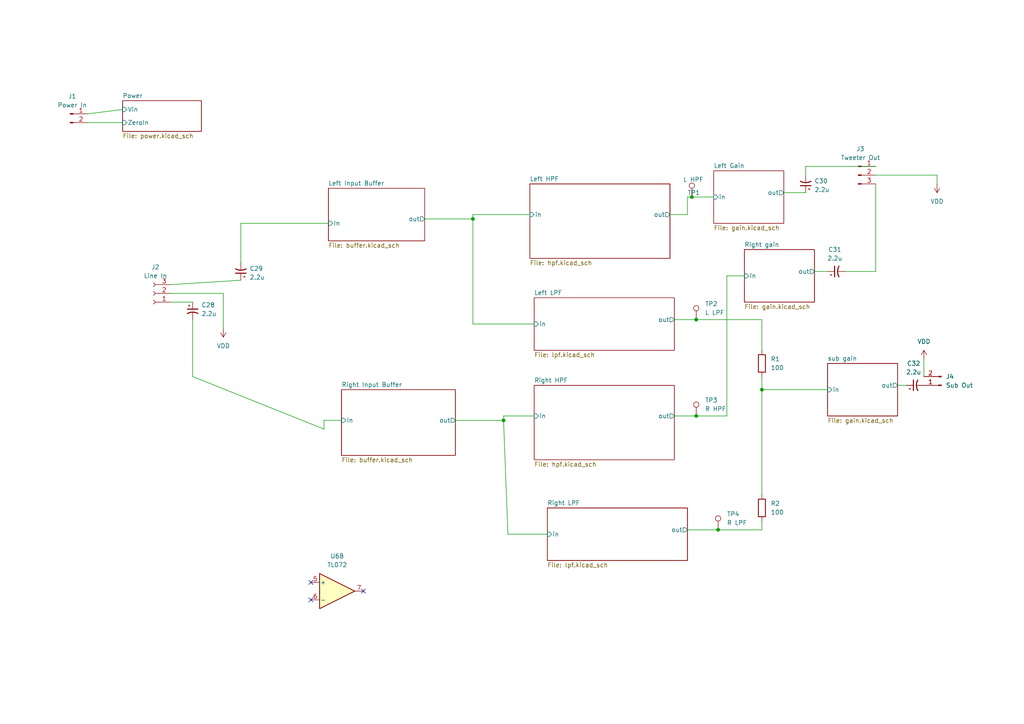
<source format=kicad_sch>
(kicad_sch (version 20211123) (generator eeschema)
  (paper "A4")
  (lib_symbols
    (symbol "Amplifier_Operational:TL072" (pin_names (offset 0.127))
      (property "Reference" "U" (at 0 5.08 0))
      (property "Value" "TL072" (at 0 -5.08 0))
      (symbol "TL072_1_1"
        (polyline (pts (xy -5.08 5.08) (xy 5.08 0) (xy -5.08 -5.08) (xy -5.08 5.08)) (stroke (width 0.254)) (fill (type background)))
        (pin output line (at 7.62 0 180) (length 2.54) (name "~") (number "1"))
        (pin input line (at -7.62 -2.54 0) (length 2.54) (name "-") (number "2"))
        (pin input line (at -7.62 2.54 0) (length 2.54) (name "+") (number "3"))
      )
      (symbol "TL072_2_1"
        (polyline (pts (xy -5.08 5.08) (xy 5.08 0) (xy -5.08 -5.08) (xy -5.08 5.08)) (stroke (width 0.254)) (fill (type background)))
        (pin input line (at -7.62 2.54 0) (length 2.54) (name "+") (number "5"))
        (pin input line (at -7.62 -2.54 0) (length 2.54) (name "-") (number "6"))
        (pin output line (at 7.62 0 180) (length 2.54) (name "~") (number "7"))
      )
      (symbol "TL072_3_1"
        (pin power_in line (at -2.54 -7.62 90) (length 3.81) (name "V-") (number "4"))
        (pin power_in line (at -2.54 7.62 270) (length 3.81) (name "V+") (number "8"))
      )
    )
    (symbol "Connector:Conn_01x02_Male" (pin_names (offset 1.016) hide)
      (property "Reference" "J" (at 0 2.54 0))
      (property "Value" "Conn_01x02_Male" (at 0 -5.08 0))
      (symbol "Conn_01x02_Male_1_1"
        (polyline (pts (xy 1.27 -2.54) (xy 0.8636 -2.54)) (stroke (width 0.1524)))
        (polyline (pts (xy 1.27 0) (xy 0.8636 0)) (stroke (width 0.1524)))
        (rectangle (start 0.8636 -2.413) (end 0 -2.667) (stroke (width 0.1524)) (fill (type outline)))
        (rectangle (start 0.8636 0.127) (end 0 -0.127) (stroke (width 0.1524)) (fill (type outline)))
        (pin passive line (at 5.08 0 180) (length 3.81) (name "Pin_1") (number "1"))
        (pin passive line (at 5.08 -2.54 180) (length 3.81) (name "Pin_2") (number "2"))
      )
    )
    (symbol "Connector:Conn_01x03_Female" (pin_names (offset 1.016) hide)
      (property "Reference" "J" (at 0 5.08 0))
      (property "Value" "Conn_01x03_Female" (at 0 -5.08 0))
      (symbol "Conn_01x03_Female_1_1"
        (arc (start 0 -2.032) (mid -0.508 -2.54) (end 0 -3.048) (stroke (width 0.1524)))
        (polyline (pts (xy -1.27 -2.54) (xy -0.508 -2.54)) (stroke (width 0.1524)))
        (polyline (pts (xy -1.27 0) (xy -0.508 0)) (stroke (width 0.1524)))
        (polyline (pts (xy -1.27 2.54) (xy -0.508 2.54)) (stroke (width 0.1524)))
        (arc (start 0 0.508) (mid -0.508 0) (end 0 -0.508) (stroke (width 0.1524)))
        (arc (start 0 3.048) (mid -0.508 2.54) (end 0 2.032) (stroke (width 0.1524)))
        (pin passive line (at -5.08 2.54 0) (length 3.81) (name "Pin_1") (number "1"))
        (pin passive line (at -5.08 0 0) (length 3.81) (name "Pin_2") (number "2"))
        (pin passive line (at -5.08 -2.54 0) (length 3.81) (name "Pin_3") (number "3"))
      )
    )
    (symbol "Connector:Conn_01x03_Male" (pin_names (offset 1.016) hide)
      (property "Reference" "J" (at 0 5.08 0))
      (property "Value" "Conn_01x03_Male" (at 0 -5.08 0))
      (symbol "Conn_01x03_Male_1_1"
        (polyline (pts (xy 1.27 -2.54) (xy 0.8636 -2.54)) (stroke (width 0.1524)))
        (polyline (pts (xy 1.27 0) (xy 0.8636 0)) (stroke (width 0.1524)))
        (polyline (pts (xy 1.27 2.54) (xy 0.8636 2.54)) (stroke (width 0.1524)))
        (rectangle (start 0.8636 -2.413) (end 0 -2.667) (stroke (width 0.1524)) (fill (type outline)))
        (rectangle (start 0.8636 0.127) (end 0 -0.127) (stroke (width 0.1524)) (fill (type outline)))
        (rectangle (start 0.8636 2.667) (end 0 2.413) (stroke (width 0.1524)) (fill (type outline)))
        (pin passive line (at 5.08 2.54 180) (length 3.81) (name "Pin_1") (number "1"))
        (pin passive line (at 5.08 0 180) (length 3.81) (name "Pin_2") (number "2"))
        (pin passive line (at 5.08 -2.54 180) (length 3.81) (name "Pin_3") (number "3"))
      )
    )
    (symbol "Connector:TestPoint" (pin_numbers hide) (pin_names (offset 0.762) hide)
      (property "Reference" "TP" (at 0 6.858 0))
      (property "Value" "TestPoint" (at 0 5.08 0))
      (symbol "TestPoint_0_1"
        (circle (center 0 3.302) (radius 0.762))
      )
      (symbol "TestPoint_1_1"
        (pin passive line (at 0 0 90) (length 2.54) (name "1") (number "1"))
      )
    )
    (symbol "Device:C_Polarized_Small_US" (pin_numbers hide) (pin_names (offset 0.254) hide)
      (property "Reference" "C" (at 0.254 1.778 0))
      (property "Value" "C_Polarized_Small_US" (at 0.254 -2.032 0))
      (symbol "C_Polarized_Small_US_0_1"
        (polyline (pts (xy -1.524 0.508) (xy 1.524 0.508)) (stroke (width 0.3048)))
        (polyline (pts (xy -1.27 1.524) (xy -0.762 1.524)))
        (polyline (pts (xy -1.016 1.27) (xy -1.016 1.778)))
        (arc (start 1.524 -0.762) (mid 0 -0.3734) (end -1.524 -0.762) (stroke (width 0.3048)))
      )
      (symbol "C_Polarized_Small_US_1_1"
        (pin passive line (at 0 2.54 270) (length 2.032) (name "~") (number "1"))
        (pin passive line (at 0 -2.54 90) (length 2.032) (name "~") (number "2"))
      )
    )
    (symbol "Device:R" (pin_numbers hide) (pin_names (offset 0))
      (property "Reference" "R" (at 2.032 0 90))
      (property "Value" "R" (at 0 0 90))
      (symbol "R_0_1"
        (rectangle (start -1.016 -2.54) (end 1.016 2.54) (stroke (width 0.254)))
      )
      (symbol "R_1_1"
        (pin passive line (at 0 3.81 270) (length 1.27) (name "~") (number "1"))
        (pin passive line (at 0 -3.81 90) (length 1.27) (name "~") (number "2"))
      )
    )
    (symbol "power:VDD" (power) (pin_names (offset 0))
      (property "Value" "VDD" (at 0 3.81 0))
      (symbol "VDD_0_1"
        (polyline (pts (xy -0.762 1.27) (xy 0 2.54)))
        (polyline (pts (xy 0 0) (xy 0 2.54)))
        (polyline (pts (xy 0 2.54) (xy 0.762 1.27)))
      )
      (symbol "VDD_1_1"
        (pin power_in line (at 0 0 90) (length 0) hide (name "VDD") (number "1"))
      )
    )
  )
  (junction (at 200.66 57.15))
  (junction (at 208.28 153.67))
  (junction (at 146.05 121.92))
  (junction (at 201.93 120.65))
  (junction (at 137.16 63.5))
  (junction (at 201.93 92.71))
  (junction (at 220.98 113.03))
  (no_connect (at 90.17 168.91))
  (no_connect (at 105.41 171.45))
  (no_connect (at 90.17 173.99))
  (wire (pts (xy 201.93 92.71) (xy 220.98 92.71)))
  (wire (pts (xy 271.78 50.8) (xy 271.78 53.34)))
  (wire (pts (xy 254 78.74) (xy 254 53.34)))
  (wire (pts (xy 64.77 85.09) (xy 64.77 95.25)))
  (wire (pts (xy 95.25 64.77) (xy 69.85 64.77)))
  (wire (pts (xy 93.98 121.92) (xy 99.06 121.92)))
  (wire (pts (xy 227.33 55.88) (xy 233.68 55.88)))
  (wire (pts (xy 123.19 63.5) (xy 137.16 63.5)))
  (wire (pts (xy 245.11 78.74) (xy 254 78.74)))
  (wire (pts (xy 69.85 76.2) (xy 69.85 64.77)))
  (wire (pts (xy 132.08 121.92) (xy 146.05 121.92)))
  (wire (pts (xy 236.22 78.74) (xy 240.03 78.74)))
  (wire (pts (xy 240.03 113.03) (xy 220.98 113.03)))
  (wire (pts (xy 158.75 154.94) (xy 147.32 154.94)))
  (wire (pts (xy 55.88 92.71) (xy 55.88 109.22)))
  (wire (pts (xy 220.98 92.71) (xy 220.98 101.6)))
  (wire (pts (xy 210.82 120.65) (xy 210.82 80.01)))
  (wire (pts (xy 49.53 85.09) (xy 64.77 85.09)))
  (wire (pts (xy 137.16 93.98) (xy 137.16 63.5)))
  (wire (pts (xy 195.58 120.65) (xy 201.93 120.65)))
  (wire (pts (xy 93.98 124.46) (xy 93.98 121.92)))
  (wire (pts (xy 195.58 92.71) (xy 201.93 92.71)))
  (wire (pts (xy 260.35 111.76) (xy 262.89 111.76)))
  (wire (pts (xy 220.98 143.51) (xy 220.98 113.03)))
  (wire (pts (xy 233.68 50.8) (xy 233.68 48.26)))
  (wire (pts (xy 146.05 121.92) (xy 146.05 120.65)))
  (wire (pts (xy 199.39 57.15) (xy 200.66 57.15)))
  (wire (pts (xy 220.98 113.03) (xy 220.98 109.22)))
  (wire (pts (xy 254 50.8) (xy 271.78 50.8)))
  (wire (pts (xy 220.98 153.67) (xy 220.98 151.13)))
  (wire (pts (xy 25.4 35.56) (xy 35.56 35.56)))
  (wire (pts (xy 200.66 57.15) (xy 207.01 57.15)))
  (wire (pts (xy 146.05 120.65) (xy 154.94 120.65)))
  (wire (pts (xy 208.28 153.67) (xy 220.98 153.67)))
  (wire (pts (xy 154.94 93.98) (xy 137.16 93.98)))
  (wire (pts (xy 49.53 87.63) (xy 55.88 87.63)))
  (wire (pts (xy 137.16 63.5) (xy 137.16 62.23)))
  (wire (pts (xy 233.68 48.26) (xy 254 48.26)))
  (wire (pts (xy 55.88 109.22) (xy 93.98 124.46)))
  (wire (pts (xy 267.97 104.14) (xy 267.97 109.22)))
  (wire (pts (xy 199.39 62.23) (xy 199.39 57.15)))
  (wire (pts (xy 25.4 33.02) (xy 35.56 31.75)))
  (wire (pts (xy 194.31 62.23) (xy 199.39 62.23)))
  (wire (pts (xy 69.85 81.28) (xy 49.53 82.55)))
  (wire (pts (xy 199.39 153.67) (xy 208.28 153.67)))
  (wire (pts (xy 201.93 120.65) (xy 210.82 120.65)))
  (wire (pts (xy 137.16 62.23) (xy 153.67 62.23)))
  (wire (pts (xy 147.32 154.94) (xy 146.05 121.92)))
  (wire (pts (xy 210.82 80.01) (xy 215.9 80.01)))
  (symbol (lib_id "Connector:Conn_01x03_Female") (at 44.45 85.09 180) (unit 1)
    (property "Reference" "J2" (at 45.085 77.47 0))
    (property "Value" "Line In" (at 45.085 80.01 0))
    (property "Footprint" "Connector_JST:JST_EH_B3B-EH-A_1x03_P2.50mm_Vertical" (effects hide))
  )
  (symbol (lib_id "Connector:TestPoint") (at 201.93 92.71 0) (unit 1)
    (property "Reference" "TP2" (at 204.47 88.1379 0) (effects (justify left)))
    (property "Value" "L LPF" (at 204.47 90.6779 0) (effects (justify left)))
    (property "Footprint" "TestPoint:TestPoint_Pad_1.0x1.0mm" (effects hide))
  )
  (symbol (lib_id "Amplifier_Operational:TL072") (at 97.79 171.45 0) (unit 2)
    (property "Reference" "U6" (at 97.79 161.29 0))
    (property "Value" "TL072" (at 97.79 163.83 0))
    (property "Footprint" "Package_DIP:DIP-8_W7.62mm_Socket" (effects hide))
    (property "Datasheet" "http://www.ti.com/lit/ds/symlink/tl071.pdf" (effects hide))
  )
  (symbol (lib_id "Device:C_Polarized_Small_US") (at 233.68 53.34 180) (unit 1)
    (property "Reference" "C30" (at 236.22 52.5017 0) (effects (justify right)))
    (property "Value" "2.2u" (at 236.22 55.0417 0) (effects (justify right)))
    (property "Footprint" "Capacitor_THT:CP_Radial_D5.0mm_P2.50mm" (effects hide))
  )
  (symbol (lib_id "power:VDD") (at 267.97 104.14 0) (unit 1)
    (property "Reference" "#PWR02" (effects hide))
    (property "Value" "VDD" (at 267.97 99.06 0))
  )
  (symbol (lib_id "Device:C_Polarized_Small_US") (at 265.43 111.76 90) (unit 1)
    (property "Reference" "C32" (at 264.9982 105.41 90))
    (property "Value" "2.2u" (at 264.9982 107.95 90))
    (property "Footprint" "Capacitor_THT:CP_Radial_D5.0mm_P2.50mm" (effects hide))
  )
  (symbol (lib_id "Connector:Conn_01x02_Male") (at 273.05 111.76 180) (unit 1)
    (property "Reference" "J4" (at 274.32 109.2199 0) (effects (justify right)))
    (property "Value" "Sub Out" (at 274.32 111.7599 0) (effects (justify right)))
    (property "Footprint" "Connector_JST:JST_EH_B2B-EH-A_1x02_P2.50mm_Vertical" (effects hide))
  )
  (symbol (lib_id "Device:R") (at 220.98 105.41 0) (unit 1)
    (property "Reference" "R1" (at 223.52 104.1399 0) (effects (justify left)))
    (property "Value" "100" (at 223.52 106.6799 0) (effects (justify left)))
    (property "Footprint" "Resistor_THT:R_Axial_DIN0207_L6.3mm_D2.5mm_P7.62mm_Horizontal" (effects hide))
  )
  (symbol (lib_id "Connector:Conn_01x03_Male") (at 248.92 50.8 0) (unit 1)
    (property "Reference" "J3" (at 249.555 43.18 0))
    (property "Value" "Tweeter Out" (at 249.555 45.72 0))
    (property "Footprint" "Connector_JST:JST_EH_B3B-EH-A_1x03_P2.50mm_Vertical" (effects hide))
  )
  (symbol (lib_id "power:VDD") (at 64.77 95.25 180) (unit 1)
    (property "Reference" "#PWR01" (effects hide))
    (property "Value" "VDD" (at 64.77 100.33 0))
  )
  (symbol (lib_id "Connector:TestPoint") (at 201.93 120.65 0) (unit 1)
    (property "Reference" "TP3" (at 204.47 116.0779 0) (effects (justify left)))
    (property "Value" "R HPF" (at 204.47 118.6179 0) (effects (justify left)))
    (property "Footprint" "TestPoint:TestPoint_Pad_1.0x1.0mm" (effects hide))
  )
  (symbol (lib_id "Connector:Conn_01x02_Male") (at 20.32 33.02 0) (unit 1)
    (property "Reference" "J1" (at 20.955 27.94 0))
    (property "Value" "Power In" (at 20.955 30.48 0))
    (property "Footprint" "Connector_JST:JST_EH_B2B-EH-A_1x02_P2.50mm_Vertical" (effects hide))
  )
  (symbol (lib_id "Connector:TestPoint") (at 200.66 57.15 0) (unit 1)
    (property "Reference" "TP1" (at 199.39 55.88 0) (effects (justify left)))
    (property "Value" "L HPF" (at 198.12 52.07 0) (effects (justify left)))
    (property "Footprint" "TestPoint:TestPoint_Pad_1.0x1.0mm" (effects hide))
  )
  (symbol (lib_id "power:VDD") (at 271.78 53.34 180) (unit 1)
    (property "Reference" "#PWR03" (effects hide))
    (property "Value" "VDD" (at 271.78 58.42 0))
  )
  (symbol (lib_id "Device:C_Polarized_Small_US") (at 242.57 78.74 90) (unit 1)
    (property "Reference" "C31" (at 242.1382 72.39 90))
    (property "Value" "2.2u" (at 242.1382 74.93 90))
    (property "Footprint" "Capacitor_THT:CP_Radial_D5.0mm_P2.50mm" (effects hide))
  )
  (symbol (lib_id "Device:R") (at 220.98 147.32 0) (unit 1)
    (property "Reference" "R2" (at 223.52 146.0499 0) (effects (justify left)))
    (property "Value" "100" (at 223.52 148.5899 0) (effects (justify left)))
    (property "Footprint" "Resistor_THT:R_Axial_DIN0207_L6.3mm_D2.5mm_P7.62mm_Horizontal" (effects hide))
  )
  (symbol (lib_id "Connector:TestPoint") (at 208.28 153.67 0) (unit 1)
    (property "Reference" "TP4" (at 210.82 149.0979 0) (effects (justify left)))
    (property "Value" "R LPF" (at 210.82 151.6379 0) (effects (justify left)))
    (property "Footprint" "TestPoint:TestPoint_Pad_1.0x1.0mm" (effects hide))
  )
  (symbol (lib_id "Device:C_Polarized_Small_US") (at 55.88 90.17 0) (unit 1)
    (property "Reference" "C28" (at 58.42 88.4681 0) (effects (justify left)))
    (property "Value" "2.2u" (at 58.42 91.0081 0) (effects (justify left)))
    (property "Footprint" "Capacitor_THT:CP_Radial_D5.0mm_P2.50mm" (effects hide))
  )
  (symbol (lib_id "Device:C_Polarized_Small_US") (at 69.85 78.74 180) (unit 1)
    (property "Reference" "C29" (at 72.39 77.9017 0) (effects (justify right)))
    (property "Value" "2.2u" (at 72.39 80.4417 0) (effects (justify right)))
    (property "Footprint" "Capacitor_THT:CP_Radial_D5.0mm_P2.50mm" (effects hide))
  )
  (sheet (at 240.03 105.41) (size 20.32 15.24) (stroke (width 0.1524))
    (property "Sheet name" "sub gain" (at 240.03 104.6984 0) (effects (justify left bottom)))
    (property "Sheet file" "gain.kicad_sch" (at 240.03 121.2346 0) (effects (justify left top)))
    (pin "out" output (at 260.35 111.76 0))
    (pin "in" input (at 240.03 113.03 180))
  )
  (sheet (at 207.01 49.53) (size 20.32 15.24) (stroke (width 0.1524))
    (property "Sheet name" "Left Gain" (at 207.01 48.8184 0) (effects (justify left bottom)))
    (property "Sheet file" "gain.kicad_sch" (at 207.01 65.3546 0) (effects (justify left top)))
    (pin "out" output (at 227.33 55.88 0))
    (pin "in" input (at 207.01 57.15 180))
  )
  (sheet (at 153.67 53.34) (size 40.64 21.59) (stroke (width 0.1524))
    (property "Sheet name" "Left HPF" (at 153.67 52.6284 0) (effects (justify left bottom)))
    (property "Sheet file" "hpf.kicad_sch" (at 153.67 75.5146 0) (effects (justify left top)))
    (pin "out" output (at 194.31 62.23 0))
    (pin "in" input (at 153.67 62.23 180))
  )
  (sheet (at 154.94 86.36) (size 40.64 15.24) (stroke (width 0.1524))
    (property "Sheet name" "Left LPF" (at 154.94 85.6484 0) (effects (justify left bottom)))
    (property "Sheet file" "lpf.kicad_sch" (at 154.94 102.1846 0) (effects (justify left top)))
    (pin "out" output (at 195.58 92.71 0))
    (pin "in" input (at 154.94 93.98 180))
  )
  (sheet (at 35.56 29.21) (size 22.86 8.89) (stroke (width 0.1524))
    (property "Sheet name" "Power" (at 35.56 28.4984 0) (effects (justify left bottom)))
    (property "Sheet file" "power.kicad_sch" (at 35.56 38.6846 0) (effects (justify left top)))
    (pin "Vin" input (at 35.56 31.75 180))
    (pin "ZeroIn" input (at 35.56 35.56 180))
  )
  (sheet (at 95.25 54.61) (size 27.94 15.24) (stroke (width 0.1524))
    (property "Sheet name" "Left Input Buffer" (at 95.25 53.8984 0) (effects (justify left bottom)))
    (property "Sheet file" "buffer.kicad_sch" (at 95.25 70.4346 0) (effects (justify left top)))
    (pin "In" input (at 95.25 64.77 180))
    (pin "out" output (at 123.19 63.5 0))
  )
  (sheet (at 215.9 72.39) (size 20.32 15.24) (stroke (width 0.1524))
    (property "Sheet name" "Right gain" (at 215.9 71.6784 0) (effects (justify left bottom)))
    (property "Sheet file" "gain.kicad_sch" (at 215.9 88.2146 0) (effects (justify left top)))
    (pin "out" output (at 236.22 78.74 0))
    (pin "in" input (at 215.9 80.01 180))
  )
  (sheet (at 158.75 147.32) (size 40.64 15.24) (stroke (width 0.1524))
    (property "Sheet name" "Right LPF" (at 158.75 146.6084 0) (effects (justify left bottom)))
    (property "Sheet file" "lpf.kicad_sch" (at 158.75 163.1446 0) (effects (justify left top)))
    (pin "out" output (at 199.39 153.67 0))
    (pin "in" input (at 158.75 154.94 180))
  )
  (sheet (at 154.94 111.76) (size 40.64 21.59) (stroke (width 0.1524))
    (property "Sheet name" "Right HPF" (at 154.94 111.0484 0) (effects (justify left bottom)))
    (property "Sheet file" "hpf.kicad_sch" (at 154.94 133.9346 0) (effects (justify left top)))
    (pin "out" output (at 195.58 120.65 0))
    (pin "in" input (at 154.94 120.65 180))
  )
  (sheet (at 99.06 113.03) (size 33.02 19.05) (stroke (width 0.1524))
    (property "Sheet name" "Right Input Buffer" (at 99.06 112.3184 0) (effects (justify left bottom)))
    (property "Sheet file" "buffer.kicad_sch" (at 99.06 132.6646 0) (effects (justify left top)))
    (pin "In" input (at 99.06 121.92 180))
    (pin "out" output (at 132.08 121.92 0))
  )
)
</source>
